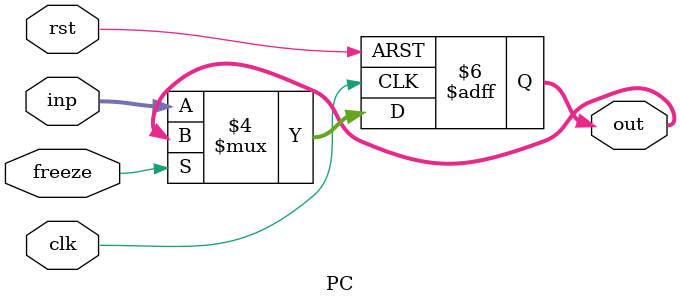
<source format=v>
module PC(clk, rst, inp, freeze, out);
    input clk, rst, freeze; 
    input [31:0] inp;
    output reg [31:0] out;
    always @(posedge clk, posedge rst) begin
        if (rst == 1'b1)
	        out <= 32'b0;
	    else
            if (freeze != 1'b1) out <= inp;
    end
endmodule 
</source>
